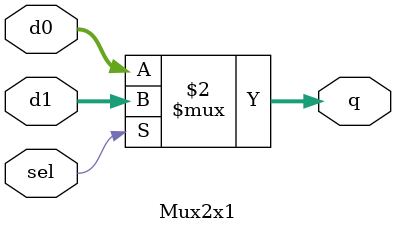
<source format=v>
module Mux2x1(sel,d0,d1,q);

input [15:0] d0,d1;
input sel;
output [15:0] q;

wire sel;
wire [15:0] d0,d1;

assign q = (sel==1'b1)? d1:d0;
endmodule
</source>
